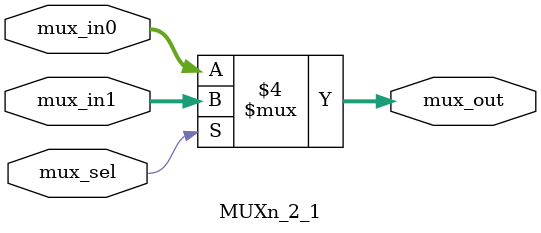
<source format=v>
module MUXn_2_1(mux_in0, mux_in1, mux_sel, mux_out);
  parameter MuxLen = 63;
  output [MuxLen:0] mux_out;
  input [MuxLen:0] mux_in0;
  input [MuxLen:0] mux_in1;
  input mux_sel;
  reg [MuxLen:0] mux_out;
  always @(mux_in0 or mux_in1 or mux_sel)
  begin
    if (mux_sel == 1'b1)
      mux_out = mux_in1;
    else
      mux_out = mux_in0;
  end
endmodule
</source>
